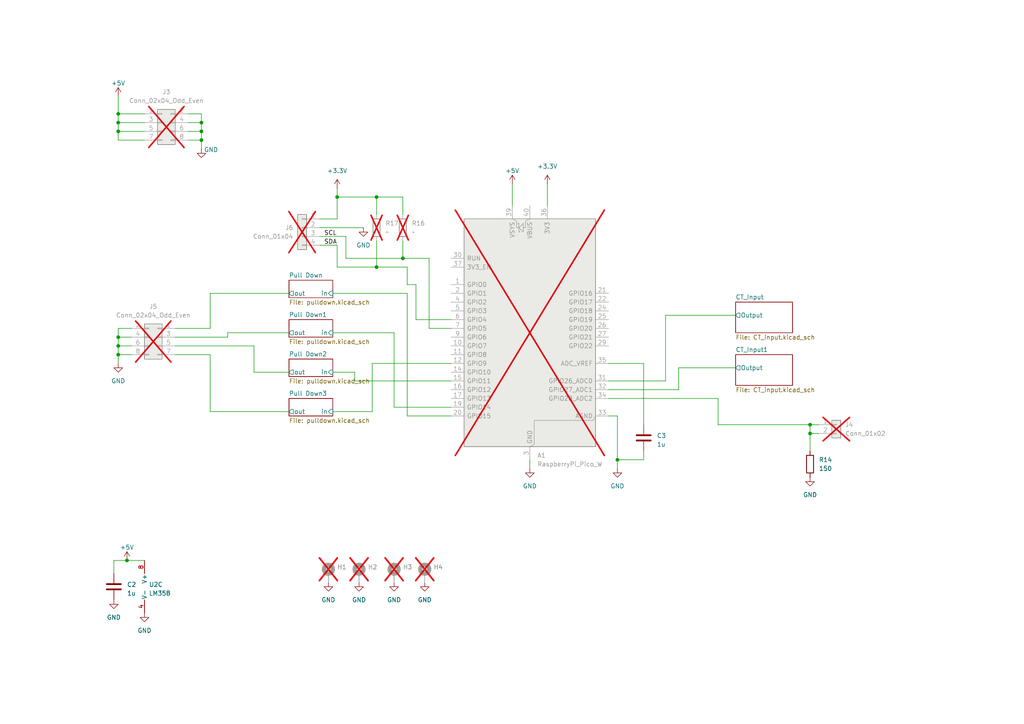
<source format=kicad_sch>
(kicad_sch (version 20250114) (generator "eeschema") (generator_version "9.0")
  (paper "A4")
  (lib_symbols
    (symbol "Amplifier_Operational:LM358" (pin_names (offset 0.127))
      (property "Reference" "U" (at 0 5.08 0))
      (property "Value" "LM358" (at 0 -5.08 0))
      (symbol "LM358_1_1"
        (polyline (pts (xy -5.08 5.08) (xy 5.08 0) (xy -5.08 -5.08) (xy -5.08 5.08)) (stroke (width 0.254)) (fill (type background)))
        (pin input line (at -7.62 2.54 0) (length 2.54) (name "+") (number "3"))
        (pin input line (at -7.62 -2.54 0) (length 2.54) (name "-") (number "2"))
        (pin output line (at 7.62 0 180) (length 2.54) (name "~") (number "1"))
      )
      (symbol "LM358_2_1"
        (polyline (pts (xy -5.08 5.08) (xy 5.08 0) (xy -5.08 -5.08) (xy -5.08 5.08)) (stroke (width 0.254)) (fill (type background)))
        (pin input line (at -7.62 2.54 0) (length 2.54) (name "+") (number "5"))
        (pin input line (at -7.62 -2.54 0) (length 2.54) (name "-") (number "6"))
        (pin output line (at 7.62 0 180) (length 2.54) (name "~") (number "7"))
      )
      (symbol "LM358_3_1"
        (pin power_in line (at -2.54 7.62 270) (length 3.81) (name "V+") (number "8"))
        (pin power_in line (at -2.54 -7.62 90) (length 3.81) (name "V-") (number "4"))
      )
    )
    (symbol "Connector_Generic:Conn_01x02" (pin_names (offset 1.016) (hide yes))
      (property "Reference" "J" (at 0 2.54 0))
      (property "Value" "Conn_01x02" (at 0 -5.08 0))
      (symbol "Conn_01x02_1_1"
        (rectangle (start -1.27 1.27) (end 1.27 -3.81) (stroke (width 0.254)) (fill (type background)))
        (rectangle (start -1.27 0.127) (end 0 -0.127) (stroke (width 0.1524)))
        (rectangle (start -1.27 -2.413) (end 0 -2.667) (stroke (width 0.1524)))
        (pin passive line (at -5.08 0 0) (length 3.81) (name "Pin_1") (number "1"))
        (pin passive line (at -5.08 -2.54 0) (length 3.81) (name "Pin_2") (number "2"))
      )
    )
    (symbol "Connector_Generic:Conn_01x04" (pin_names (offset 1.016) (hide yes))
      (property "Reference" "J" (at 0 5.08 0))
      (property "Value" "Conn_01x04" (at 0 -7.62 0))
      (symbol "Conn_01x04_1_1"
        (rectangle (start -1.27 3.81) (end 1.27 -6.35) (stroke (width 0.254)) (fill (type background)))
        (rectangle (start -1.27 2.667) (end 0 2.413) (stroke (width 0.1524)))
        (rectangle (start -1.27 0.127) (end 0 -0.127) (stroke (width 0.1524)))
        (rectangle (start -1.27 -2.413) (end 0 -2.667) (stroke (width 0.1524)))
        (rectangle (start -1.27 -4.953) (end 0 -5.207) (stroke (width 0.1524)))
        (pin passive line (at -5.08 2.54 0) (length 3.81) (name "Pin_1") (number "1"))
        (pin passive line (at -5.08 0 0) (length 3.81) (name "Pin_2") (number "2"))
        (pin passive line (at -5.08 -2.54 0) (length 3.81) (name "Pin_3") (number "3"))
        (pin passive line (at -5.08 -5.08 0) (length 3.81) (name "Pin_4") (number "4"))
      )
    )
    (symbol "Connector_Generic:Conn_02x04_Odd_Even" (pin_names (offset 1.016) (hide yes))
      (property "Reference" "J" (at 1.27 5.08 0))
      (property "Value" "Conn_02x04_Odd_Even" (at 1.27 -7.62 0))
      (symbol "Conn_02x04_Odd_Even_1_1"
        (rectangle (start -1.27 3.81) (end 3.81 -6.35) (stroke (width 0.254)) (fill (type background)))
        (rectangle (start -1.27 2.667) (end 0 2.413) (stroke (width 0.1524)))
        (rectangle (start -1.27 0.127) (end 0 -0.127) (stroke (width 0.1524)))
        (rectangle (start -1.27 -2.413) (end 0 -2.667) (stroke (width 0.1524)))
        (rectangle (start -1.27 -4.953) (end 0 -5.207) (stroke (width 0.1524)))
        (rectangle (start 3.81 2.667) (end 2.54 2.413) (stroke (width 0.1524)))
        (rectangle (start 3.81 0.127) (end 2.54 -0.127) (stroke (width 0.1524)))
        (rectangle (start 3.81 -2.413) (end 2.54 -2.667) (stroke (width 0.1524)))
        (rectangle (start 3.81 -4.953) (end 2.54 -5.207) (stroke (width 0.1524)))
        (pin passive line (at -5.08 2.54 0) (length 3.81) (name "Pin_1") (number "1"))
        (pin passive line (at -5.08 0 0) (length 3.81) (name "Pin_3") (number "3"))
        (pin passive line (at -5.08 -2.54 0) (length 3.81) (name "Pin_5") (number "5"))
        (pin passive line (at -5.08 -5.08 0) (length 3.81) (name "Pin_7") (number "7"))
        (pin passive line (at 7.62 2.54 180) (length 3.81) (name "Pin_2") (number "2"))
        (pin passive line (at 7.62 0 180) (length 3.81) (name "Pin_4") (number "4"))
        (pin passive line (at 7.62 -2.54 180) (length 3.81) (name "Pin_6") (number "6"))
        (pin passive line (at 7.62 -5.08 180) (length 3.81) (name "Pin_8") (number "8"))
      )
    )
    (symbol "Device:C" (pin_numbers (hide yes)) (pin_names (offset 0.254))
      (property "Reference" "C" (at 0.635 2.54 0))
      (property "Value" "C" (at 0.635 -2.54 0))
      (symbol "C_0_1"
        (polyline (pts (xy -2.032 0.762) (xy 2.032 0.762)) (stroke (width 0.508)))
        (polyline (pts (xy -2.032 -0.762) (xy 2.032 -0.762)) (stroke (width 0.508)))
      )
      (symbol "C_1_1"
        (pin passive line (at 0 3.81 270) (length 2.794) (name "~") (number "1"))
        (pin passive line (at 0 -3.81 90) (length 2.794) (name "~") (number "2"))
      )
    )
    (symbol "Device:R" (pin_numbers (hide yes)) (pin_names (offset 0))
      (property "Reference" "R" (at 2.032 0 90))
      (property "Value" "R" (at 0 0 90))
      (symbol "R_0_1"
        (rectangle (start -1.016 -2.54) (end 1.016 2.54) (stroke (width 0.254)))
      )
      (symbol "R_1_1"
        (pin passive line (at 0 3.81 270) (length 1.27) (name "~") (number "1"))
        (pin passive line (at 0 -3.81 90) (length 1.27) (name "~") (number "2"))
      )
    )
    (symbol "MCU_Module:RaspberryPi_Pico_W" (pin_names (offset 0.762))
      (property "Reference" "A" (at -19.05 35.56 0))
      (property "Value" "RaspberryPi_Pico_W" (at 7.62 35.56 0))
      (symbol "RaspberryPi_Pico_W_0_1"
        (rectangle (start -19.05 34.29) (end 19.05 -31.75) (stroke (width 0.254)) (fill (type background)))
        (polyline (pts (xy -5.08 34.29) (xy -3.81 33.655) (xy -3.81 31.75) (xy -3.175 31.75)))
        (polyline (pts (xy -3.429 32.766) (xy -3.429 33.02) (xy -3.175 33.02) (xy -3.175 30.48) (xy -2.921 30.48) (xy -2.921 30.734)))
        (polyline (pts (xy -3.175 31.75) (xy -1.905 33.02) (xy -1.905 30.48) (xy -3.175 31.75)))
        (polyline (pts (xy 0 34.29) (xy -1.27 33.655) (xy -1.27 31.75) (xy -1.905 31.75)))
        (polyline (pts (xy 0 -31.75) (xy 1.27 -31.115) (xy 1.27 -24.13) (xy 18.415 -24.13) (xy 19.05 -22.86)))
      )
      (symbol "RaspberryPi_Pico_W_1_1"
        (pin passive line (at -22.86 22.86 0) (length 3.81) (name "RUN") (number "30"))
        (pin passive line (at -22.86 20.32 0) (length 3.81) (name "3V3_EN") (number "37"))
        (pin bidirectional line (at -22.86 15.24 0) (length 3.81) (name "GPIO0") (number "1"))
        (pin bidirectional line (at -22.86 12.7 0) (length 3.81) (name "GPIO1") (number "2"))
        (pin bidirectional line (at -22.86 10.16 0) (length 3.81) (name "GPIO2") (number "4"))
        (pin bidirectional line (at -22.86 7.62 0) (length 3.81) (name "GPIO3") (number "5"))
        (pin bidirectional line (at -22.86 5.08 0) (length 3.81) (name "GPIO4") (number "6"))
        (pin bidirectional line (at -22.86 2.54 0) (length 3.81) (name "GPIO5") (number "7"))
        (pin bidirectional line (at -22.86 0 0) (length 3.81) (name "GPIO6") (number "9"))
        (pin bidirectional line (at -22.86 -2.54 0) (length 3.81) (name "GPIO7") (number "10"))
        (pin bidirectional line (at -22.86 -5.08 0) (length 3.81) (name "GPIO8") (number "11"))
        (pin bidirectional line (at -22.86 -7.62 0) (length 3.81) (name "GPIO9") (number "12"))
        (pin bidirectional line (at -22.86 -10.16 0) (length 3.81) (name "GPIO10") (number "14"))
        (pin bidirectional line (at -22.86 -12.7 0) (length 3.81) (name "GPIO11") (number "15"))
        (pin bidirectional line (at -22.86 -15.24 0) (length 3.81) (name "GPIO12") (number "16"))
        (pin bidirectional line (at -22.86 -17.78 0) (length 3.81) (name "GPIO13") (number "17"))
        (pin bidirectional line (at -22.86 -20.32 0) (length 3.81) (name "GPIO14") (number "19"))
        (pin bidirectional line (at -22.86 -22.86 0) (length 3.81) (name "GPIO15") (number "20"))
        (pin power_in line (at -5.08 38.1 270) (length 3.81) (name "VSYS") (number "39"))
        (pin power_out line (at 0 38.1 270) (length 3.81) (name "VBUS") (number "40"))
        (pin passive line (at 0 -35.56 90) (length 3.81) (hide yes) (name "GND") (number "13"))
        (pin passive line (at 0 -35.56 90) (length 3.81) (hide yes) (name "GND") (number "18"))
        (pin passive line (at 0 -35.56 90) (length 3.81) (hide yes) (name "GND") (number "23"))
        (pin passive line (at 0 -35.56 90) (length 3.81) (hide yes) (name "GND") (number "28"))
        (pin power_out line (at 0 -35.56 90) (length 3.81) (name "GND") (number "3"))
        (pin passive line (at 0 -35.56 90) (length 3.81) (hide yes) (name "GND") (number "38"))
        (pin passive line (at 0 -35.56 90) (length 3.81) (hide yes) (name "GND") (number "8"))
        (pin power_out line (at 5.08 38.1 270) (length 3.81) (name "3V3") (number "36"))
        (pin bidirectional line (at 22.86 12.7 180) (length 3.81) (name "GPIO16") (number "21"))
        (pin bidirectional line (at 22.86 10.16 180) (length 3.81) (name "GPIO17") (number "22"))
        (pin bidirectional line (at 22.86 7.62 180) (length 3.81) (name "GPIO18") (number "24"))
        (pin bidirectional line (at 22.86 5.08 180) (length 3.81) (name "GPIO19") (number "25"))
        (pin bidirectional line (at 22.86 2.54 180) (length 3.81) (name "GPIO20") (number "26"))
        (pin bidirectional line (at 22.86 0 180) (length 3.81) (name "GPIO21") (number "27"))
        (pin bidirectional line (at 22.86 -2.54 180) (length 3.81) (name "GPIO22") (number "29"))
        (pin power_in line (at 22.86 -7.62 180) (length 3.81) (name "ADC_VREF") (number "35"))
        (pin bidirectional line (at 22.86 -12.7 180) (length 3.81) (name "GPIO26_ADC0") (number "31"))
        (pin bidirectional line (at 22.86 -15.24 180) (length 3.81) (name "GPIO27_ADC1") (number "32"))
        (pin bidirectional line (at 22.86 -17.78 180) (length 3.81) (name "GPIO28_ADC2") (number "34"))
        (pin power_out line (at 22.86 -22.86 180) (length 3.81) (name "AGND") (number "33"))
      )
    )
    (symbol "Mechanical:MountingHole_Pad" (pin_numbers (hide yes)) (pin_names (offset 1.016) (hide yes))
      (property "Reference" "H" (at 0 6.35 0))
      (property "Value" "MountingHole_Pad" (at 0 4.445 0))
      (symbol "MountingHole_Pad_0_1"
        (circle (center 0 1.27) (radius 1.27) (stroke (width 1.27)))
      )
      (symbol "MountingHole_Pad_1_1"
        (pin input line (at 0 -2.54 90) (length 2.54) (name "1") (number "1"))
      )
    )
    (symbol "power:+3.3V" (power) (pin_numbers (hide yes)) (pin_names (offset 0) (hide yes))
      (property "Value" "+3.3V" (at 0 3.556 0))
      (symbol "+3.3V_0_1"
        (polyline (pts (xy -0.762 1.27) (xy 0 2.54)))
        (polyline (pts (xy 0 2.54) (xy 0.762 1.27)))
        (polyline (pts (xy 0 0) (xy 0 2.54)))
      )
      (symbol "+3.3V_1_1"
        (pin power_in line (at 0 0 90) (length 0) (name "~") (number "1"))
      )
    )
    (symbol "power:+5V" (power) (pin_names (offset 0))
      (property "Value" "+5V" (at 0 3.556 0))
      (symbol "+5V_0_1"
        (polyline (pts (xy -0.762 1.27) (xy 0 2.54)))
        (polyline (pts (xy 0 2.54) (xy 0.762 1.27)))
        (polyline (pts (xy 0 0) (xy 0 2.54)))
      )
      (symbol "+5V_1_1"
        (pin power_in line (at 0 0 90) (length 0) (hide yes) (name "+5V") (number "1"))
      )
    )
    (symbol "power:GND" (power) (pin_names (offset 0))
      (property "Value" "GND" (at 0 -3.81 0))
      (symbol "GND_0_1"
        (polyline (pts (xy 0 0) (xy 0 -1.27) (xy 1.27 -1.27) (xy 0 -2.54) (xy -1.27 -1.27) (xy 0 -1.27)))
      )
      (symbol "GND_1_1"
        (pin power_in line (at 0 0 270) (length 0) (hide yes) (name "GND") (number "1"))
      )
    )
  )
  (junction (at 116.84 74.93))
  (junction (at 58.42 40.64))
  (junction (at 109.22 77.47))
  (junction (at 36.83 162.56))
  (junction (at 34.29 102.87))
  (junction (at 179.07 133.35))
  (junction (at 34.29 100.33))
  (junction (at 234.95 125.73))
  (junction (at 58.42 38.1))
  (junction (at 34.29 38.1))
  (junction (at 34.29 35.56))
  (junction (at 97.79 57.15))
  (junction (at 109.22 57.15))
  (junction (at 58.42 35.56))
  (junction (at 34.29 33.02))
  (junction (at 234.95 123.19))
  (junction (at 34.29 97.79))
  (wire (pts (xy 208.28 123.19) (xy 234.95 123.19)))
  (wire (pts (xy 38.1 97.79) (xy 34.29 97.79)))
  (wire (pts (xy 208.28 115.57) (xy 208.28 123.19)))
  (wire (pts (xy 60.96 119.38) (xy 60.96 102.87)))
  (wire (pts (xy 41.91 162.56) (xy 36.83 162.56)))
  (wire (pts (xy 179.07 133.35) (xy 179.07 135.89)))
  (wire (pts (xy 38.1 102.87) (xy 34.29 102.87)))
  (wire (pts (xy 186.69 130.81) (xy 186.69 133.35)))
  (wire (pts (xy 92.71 66.04) (xy 105.41 66.04)))
  (wire (pts (xy 100.33 74.93) (xy 100.33 68.58)))
  (wire (pts (xy 73.66 100.33) (xy 73.66 107.95)))
  (wire (pts (xy 83.82 96.52) (xy 66.04 96.52)))
  (wire (pts (xy 34.29 40.64) (xy 34.29 38.1)))
  (wire (pts (xy 66.04 97.79) (xy 50.8 97.79)))
  (wire (pts (xy 92.71 71.12) (xy 97.79 71.12)))
  (wire (pts (xy 120.65 82.55) (xy 118.11 82.55)))
  (wire (pts (xy 213.36 91.44) (xy 193.04 91.44)))
  (wire (pts (xy 130.81 92.71) (xy 120.65 92.71)))
  (wire (pts (xy 116.84 69.85) (xy 116.84 74.93)))
  (wire (pts (xy 118.11 77.47) (xy 118.11 82.55)))
  (wire (pts (xy 114.3 118.11) (xy 114.3 96.52)))
  (wire (pts (xy 50.8 100.33) (xy 73.66 100.33)))
  (wire (pts (xy 97.79 63.5) (xy 97.79 57.15)))
  (wire (pts (xy 158.75 53.34) (xy 158.75 59.69)))
  (wire (pts (xy 186.69 133.35) (xy 179.07 133.35)))
  (wire (pts (xy 96.52 85.09) (xy 118.11 85.09)))
  (wire (pts (xy 34.29 100.33) (xy 34.29 102.87)))
  (wire (pts (xy 107.95 105.41) (xy 107.95 119.38)))
  (wire (pts (xy 130.81 105.41) (xy 107.95 105.41)))
  (wire (pts (xy 66.04 96.52) (xy 66.04 97.79)))
  (wire (pts (xy 114.3 96.52) (xy 96.52 96.52)))
  (wire (pts (xy 196.85 113.03) (xy 196.85 106.68)))
  (wire (pts (xy 83.82 85.09) (xy 60.96 85.09)))
  (wire (pts (xy 102.87 107.95) (xy 96.52 107.95)))
  (wire (pts (xy 97.79 71.12) (xy 97.79 77.47)))
  (wire (pts (xy 196.85 106.68) (xy 213.36 106.68)))
  (wire (pts (xy 124.46 74.93) (xy 124.46 95.25)))
  (wire (pts (xy 102.87 110.49) (xy 102.87 107.95)))
  (wire (pts (xy 109.22 57.15) (xy 109.22 62.23)))
  (wire (pts (xy 176.53 110.49) (xy 193.04 110.49)))
  (wire (pts (xy 237.49 123.19) (xy 234.95 123.19)))
  (wire (pts (xy 60.96 102.87) (xy 50.8 102.87)))
  (wire (pts (xy 54.61 40.64) (xy 58.42 40.64)))
  (wire (pts (xy 60.96 95.25) (xy 50.8 95.25)))
  (wire (pts (xy 130.81 95.25) (xy 124.46 95.25)))
  (wire (pts (xy 92.71 63.5) (xy 97.79 63.5)))
  (wire (pts (xy 58.42 35.56) (xy 58.42 38.1)))
  (wire (pts (xy 116.84 74.93) (xy 124.46 74.93)))
  (wire (pts (xy 118.11 120.65) (xy 130.81 120.65)))
  (wire (pts (xy 109.22 57.15) (xy 116.84 57.15)))
  (wire (pts (xy 34.29 38.1) (xy 41.91 38.1)))
  (wire (pts (xy 33.02 162.56) (xy 33.02 166.37)))
  (wire (pts (xy 109.22 69.85) (xy 109.22 77.47)))
  (wire (pts (xy 100.33 74.93) (xy 116.84 74.93)))
  (wire (pts (xy 34.29 35.56) (xy 41.91 35.56)))
  (wire (pts (xy 92.71 68.58) (xy 100.33 68.58)))
  (wire (pts (xy 58.42 33.02) (xy 58.42 35.56)))
  (wire (pts (xy 36.83 162.56) (xy 33.02 162.56)))
  (wire (pts (xy 234.95 125.73) (xy 234.95 130.81)))
  (wire (pts (xy 54.61 33.02) (xy 58.42 33.02)))
  (wire (pts (xy 58.42 38.1) (xy 58.42 40.64)))
  (wire (pts (xy 148.59 53.34) (xy 148.59 59.69)))
  (wire (pts (xy 118.11 85.09) (xy 118.11 120.65)))
  (wire (pts (xy 54.61 38.1) (xy 58.42 38.1)))
  (wire (pts (xy 193.04 91.44) (xy 193.04 110.49)))
  (wire (pts (xy 34.29 35.56) (xy 34.29 33.02)))
  (wire (pts (xy 34.29 95.25) (xy 34.29 97.79)))
  (wire (pts (xy 186.69 105.41) (xy 186.69 123.19)))
  (wire (pts (xy 179.07 120.65) (xy 179.07 133.35)))
  (wire (pts (xy 38.1 100.33) (xy 34.29 100.33)))
  (wire (pts (xy 34.29 38.1) (xy 34.29 35.56)))
  (wire (pts (xy 109.22 77.47) (xy 118.11 77.47)))
  (wire (pts (xy 54.61 35.56) (xy 58.42 35.56)))
  (wire (pts (xy 107.95 119.38) (xy 96.52 119.38)))
  (wire (pts (xy 41.91 40.64) (xy 34.29 40.64)))
  (wire (pts (xy 176.53 120.65) (xy 179.07 120.65)))
  (wire (pts (xy 38.1 95.25) (xy 34.29 95.25)))
  (wire (pts (xy 83.82 119.38) (xy 60.96 119.38)))
  (wire (pts (xy 130.81 110.49) (xy 102.87 110.49)))
  (wire (pts (xy 234.95 123.19) (xy 234.95 125.73)))
  (wire (pts (xy 130.81 118.11) (xy 114.3 118.11)))
  (wire (pts (xy 34.29 102.87) (xy 34.29 105.41)))
  (wire (pts (xy 176.53 105.41) (xy 186.69 105.41)))
  (wire (pts (xy 116.84 57.15) (xy 116.84 62.23)))
  (wire (pts (xy 153.67 133.35) (xy 153.67 135.89)))
  (wire (pts (xy 73.66 107.95) (xy 83.82 107.95)))
  (wire (pts (xy 97.79 57.15) (xy 109.22 57.15)))
  (wire (pts (xy 34.29 33.02) (xy 34.29 27.94)))
  (wire (pts (xy 34.29 33.02) (xy 41.91 33.02)))
  (wire (pts (xy 120.65 92.71) (xy 120.65 82.55)))
  (wire (pts (xy 97.79 57.15) (xy 97.79 54.61)))
  (wire (pts (xy 176.53 115.57) (xy 208.28 115.57)))
  (wire (pts (xy 34.29 97.79) (xy 34.29 100.33)))
  (wire (pts (xy 60.96 85.09) (xy 60.96 95.25)))
  (wire (pts (xy 234.95 125.73) (xy 237.49 125.73)))
  (wire (pts (xy 58.42 40.64) (xy 58.42 43.18)))
  (wire (pts (xy 97.79 77.47) (xy 109.22 77.47)))
  (wire (pts (xy 176.53 113.03) (xy 196.85 113.03)))
  (label "SCL" (at 93.98 68.58 0))
  (label "SDA" (at 93.98 71.12 0))
  (symbol (lib_id "power:+3.3V") (at 97.79 54.61 0) (unit 1)
    (property "Reference" "#PWR031" (effects (hide yes)))
    (property "Value" "+3.3V" (at 97.79 49.53 0))
    (property "Description" "Power symbol creates a global label with name \"+3.3V\"" (effects (hide yes)))
  )
  (symbol (lib_id "Connector_Generic:Conn_02x04_Odd_Even") (at 45.72 97.79 0) (mirror y) (unit 1) (dnp yes)
    (property "Reference" "J5" (at 44.45 88.9 0))
    (property "Value" "Conn_02x04_Odd_Even" (at 44.45 91.44 0))
    (property "Footprint" "Connector_PinHeader_2.54mm:PinHeader_2x04_P2.54mm_Vertical" (effects (hide yes)))
    (property "Description" "Generic connector, double row, 02x04, odd/even pin numbering scheme (row 1 odd numbers, row 2 even numbers), script generated (kicad-library-utils/schlib/autogen/connector/)" (effects (hide yes)))
  )
  (symbol (lib_id "Device:R") (at 109.22 66.04 0) (unit 1) (dnp yes)
    (property "Reference" "R17" (at 111.76 64.7699 0) (effects (justify left)))
    (property "Value" "~" (at 111.76 67.3099 0) (effects (justify left)))
    (property "Footprint" "Resistor_SMD:R_0805_2012Metric_Pad1.20x1.40mm_HandSolder" (effects (hide yes)))
  )
  (symbol (lib_id "Mechanical:MountingHole_Pad") (at 104.14 166.37 0) (unit 1) (dnp yes)
    (property "Reference" "H2" (at 106.68 164.465 0) (effects (justify left)))
    (property "Value" "MountingHole_Pad" (effects (hide yes)))
    (property "Footprint" "MountingHole:MountingHole_2.7mm_M2.5_Pad" (effects (hide yes)))
  )
  (symbol (lib_id "power:+3.3V") (at 158.75 53.34 0) (unit 1)
    (property "Reference" "#PWR030" (effects (hide yes)))
    (property "Value" "+3.3V" (at 158.75 48.26 0))
    (property "Description" "Power symbol creates a global label with name \"+3.3V\"" (effects (hide yes)))
  )
  (symbol (lib_id "Device:R") (at 116.84 66.04 180) (unit 1) (dnp yes)
    (property "Reference" "R16" (at 119.38 64.7699 0) (effects (justify right)))
    (property "Value" "~" (at 119.38 67.3099 0) (effects (justify right)))
    (property "Footprint" "Resistor_SMD:R_0805_2012Metric_Pad1.20x1.40mm_HandSolder" (effects (hide yes)))
  )
  (symbol (lib_id "power:GND") (at 114.3 168.91 0) (unit 1)
    (property "Reference" "#PWR016" (effects (hide yes)))
    (property "Value" "GND" (at 114.3 173.99 0))
  )
  (symbol (lib_id "Device:C") (at 33.02 170.18 0) (unit 1)
    (property "Reference" "C2" (at 36.83 169.545 0) (effects (justify left)))
    (property "Value" "1u" (at 36.83 172.085 0) (effects (justify left)))
    (property "Footprint" "Capacitor_SMD:C_0805_2012Metric_Pad1.18x1.45mm_HandSolder" (effects (hide yes)))
    (property "JL Part#" "C28323" (effects (hide yes)))
  )
  (symbol (lib_id "power:GND") (at 105.41 66.04 0) (unit 1)
    (property "Reference" "#PWR032" (effects (hide yes)))
    (property "Value" "GND" (at 105.41 71.12 0))
  )
  (symbol (lib_id "Amplifier_Operational:LM358") (at 44.45 170.18 0) (unit 3)
    (property "Reference" "U2" (at 43.18 169.545 0) (effects (justify left)))
    (property "Value" "LM358" (at 43.18 172.085 0) (effects (justify left)))
    (property "Footprint" "Package_SO:SOIC-8_3.9x4.9mm_P1.27mm" (effects (hide yes)))
    (property "Datasheet" "http://www.ti.com/lit/ds/symlink/lm2904-n.pdf" (effects (hide yes)))
    (property "JL Part#" "C7950" (effects (hide yes)))
  )
  (symbol (lib_id "MCU_Module:RaspberryPi_Pico_W") (at 153.67 97.79 0) (unit 1) (dnp yes)
    (property "Reference" "A1" (at 155.8133 132.08 0) (effects (justify left)))
    (property "Value" "RaspberryPi_Pico_W" (at 155.8133 134.62 0) (effects (justify left)))
    (property "Footprint" "Module:RaspberryPi_Pico_Common_THT" (effects (hide yes)))
    (property "Datasheet" "https://datasheets.raspberrypi.com/picow/pico-w-datasheet.pdf" (effects (hide yes)))
    (property "Description" "Versatile and inexpensive wireless microcontroller module powered by RP2040 dual-core Arm Cortex-M0+ processor up to 133 MHz, 264kB SRAM, 2MB QSPI flash, Infineon CYW43439 2.4GHz 802.11n wireless LAN; also supports Raspberry Pi Pico 2 W" (effects (hide yes)))
  )
  (symbol (lib_id "Connector_Generic:Conn_01x04") (at 87.63 66.04 0) (mirror y) (unit 1) (dnp yes)
    (property "Reference" "J6" (at 85.09 66.0399 0) (effects (justify left)))
    (property "Value" "Conn_01x04" (at 85.09 68.5799 0) (effects (justify left)))
    (property "Footprint" "Connector_PinHeader_2.54mm:PinHeader_1x04_P2.54mm_Vertical" (effects (hide yes)))
    (property "Description" "Generic connector, single row, 01x04, script generated (kicad-library-utils/schlib/autogen/connector/)" (effects (hide yes)))
  )
  (symbol (lib_id "power:GND") (at 179.07 135.89 0) (unit 1)
    (property "Reference" "#PWR02" (effects (hide yes)))
    (property "Value" "GND" (at 179.07 140.97 0))
  )
  (symbol (lib_id "power:GND") (at 33.02 173.99 0) (unit 1)
    (property "Reference" "#PWR06" (effects (hide yes)))
    (property "Value" "GND" (at 33.02 179.07 0))
  )
  (symbol (lib_id "power:GND") (at 153.67 135.89 0) (unit 1)
    (property "Reference" "#PWR04" (effects (hide yes)))
    (property "Value" "GND" (at 153.67 140.97 0))
  )
  (symbol (lib_id "Connector_Generic:Conn_01x02") (at 242.57 123.19 0) (unit 1) (dnp yes)
    (property "Reference" "J4" (at 245.11 123.1899 0) (effects (justify left)))
    (property "Value" "Conn_01x02" (at 245.11 125.7299 0) (effects (justify left)))
    (property "Footprint" "Connector_PinHeader_2.54mm:PinHeader_1x02_P2.54mm_Vertical" (effects (hide yes)))
    (property "Description" "Generic connector, single row, 01x02, script generated (kicad-library-utils/schlib/autogen/connector/)" (effects (hide yes)))
  )
  (symbol (lib_id "power:GND") (at 104.14 168.91 0) (unit 1)
    (property "Reference" "#PWR015" (effects (hide yes)))
    (property "Value" "GND" (at 104.14 173.99 0))
  )
  (symbol (lib_id "Mechanical:MountingHole_Pad") (at 123.19 166.37 0) (unit 1) (dnp yes)
    (property "Reference" "H4" (at 125.73 164.465 0) (effects (justify left)))
    (property "Value" "MountingHole_Pad" (effects (hide yes)))
    (property "Footprint" "MountingHole:MountingHole_2.7mm_M2.5_Pad" (effects (hide yes)))
  )
  (symbol (lib_id "power:GND") (at 234.95 138.43 0) (unit 1)
    (property "Reference" "#PWR019" (effects (hide yes)))
    (property "Value" "GND" (at 234.95 143.51 0))
  )
  (symbol (lib_id "power:GND") (at 95.25 168.91 0) (unit 1)
    (property "Reference" "#PWR01" (effects (hide yes)))
    (property "Value" "GND" (at 95.25 173.99 0))
  )
  (symbol (lib_id "Mechanical:MountingHole_Pad") (at 95.25 166.37 0) (unit 1) (dnp yes)
    (property "Reference" "H1" (at 97.79 164.465 0) (effects (justify left)))
    (property "Value" "MountingHole_Pad" (effects (hide yes)))
    (property "Footprint" "MountingHole:MountingHole_2.7mm_M2.5_Pad" (effects (hide yes)))
  )
  (symbol (lib_id "power:GND") (at 58.42 43.18 0) (unit 1)
    (property "Reference" "#PWR03" (effects (hide yes)))
    (property "Value" "GND" (at 61.214 43.434 0))
  )
  (symbol (lib_id "Device:C") (at 186.69 127 0) (unit 1)
    (property "Reference" "C3" (at 190.5 126.365 0) (effects (justify left)))
    (property "Value" "1u" (at 190.5 128.905 0) (effects (justify left)))
    (property "Footprint" "Capacitor_SMD:C_0805_2012Metric_Pad1.18x1.45mm_HandSolder" (effects (hide yes)))
    (property "JL Part#" "C28323" (effects (hide yes)))
  )
  (symbol (lib_id "power:GND") (at 123.19 168.91 0) (unit 1)
    (property "Reference" "#PWR017" (effects (hide yes)))
    (property "Value" "GND" (at 123.19 173.99 0))
  )
  (symbol (lib_id "Connector_Generic:Conn_02x04_Odd_Even") (at 46.99 35.56 0) (unit 1) (dnp yes)
    (property "Reference" "J3" (at 48.26 26.67 0))
    (property "Value" "Conn_02x04_Odd_Even" (at 48.26 29.21 0))
    (property "Footprint" "Connector_PinHeader_2.54mm:PinHeader_2x04_P2.54mm_Vertical" (effects (hide yes)))
    (property "Description" "Generic connector, double row, 02x04, odd/even pin numbering scheme (row 1 odd numbers, row 2 even numbers), script generated (kicad-library-utils/schlib/autogen/connector/)" (effects (hide yes)))
  )
  (symbol (lib_id "Mechanical:MountingHole_Pad") (at 114.3 166.37 0) (unit 1) (dnp yes)
    (property "Reference" "H3" (at 116.84 164.465 0) (effects (justify left)))
    (property "Value" "MountingHole_Pad" (effects (hide yes)))
    (property "Footprint" "MountingHole:MountingHole_2.7mm_M2.5_Pad" (effects (hide yes)))
  )
  (symbol (lib_id "Device:R") (at 234.95 134.62 180) (unit 1)
    (property "Reference" "R14" (at 237.49 133.3499 0) (effects (justify right)))
    (property "Value" "150" (at 237.49 135.8899 0) (effects (justify right)))
    (property "Footprint" "Resistor_SMD:R_0805_2012Metric_Pad1.20x1.40mm_HandSolder" (effects (hide yes)))
    (property "JL Part#" "C17471" (effects (hide yes)))
  )
  (symbol (lib_id "power:GND") (at 34.29 105.41 0) (mirror y) (unit 1)
    (property "Reference" "#PWR029" (effects (hide yes)))
    (property "Value" "GND" (at 34.29 110.49 0))
  )
  (symbol (lib_id "power:+5V") (at 148.59 53.34 0) (unit 1)
    (property "Reference" "#PWR011" (effects (hide yes)))
    (property "Value" "+5V" (at 148.59 49.53 0))
  )
  (symbol (lib_id "power:+5V") (at 36.83 162.56 0) (unit 1)
    (property "Reference" "#PWR012" (effects (hide yes)))
    (property "Value" "+5V" (at 36.83 158.75 0))
  )
  (symbol (lib_id "power:+5V") (at 34.29 27.94 0) (unit 1)
    (property "Reference" "#PWR018" (effects (hide yes)))
    (property "Value" "+5V" (at 34.29 24.13 0))
  )
  (symbol (lib_id "power:GND") (at 41.91 177.8 0) (unit 1)
    (property "Reference" "#PWR07" (effects (hide yes)))
    (property "Value" "GND" (at 41.91 182.88 0))
  )
  (sheet (at 213.36 87.63) (size 16.51 8.89) (stroke (width 0.1524))
    (property "Sheetname" "CT_Input" (at 213.36 86.9184 0) (effects (justify left bottom)))
    (property "Sheetfile" "CT_input.kicad_sch" (at 213.36 97.1046 0) (effects (justify left top)))
    (pin "Output" output (at 213.36 91.44 180))
  )
  (sheet (at 83.82 92.71) (size 12.7 5.08) (stroke (width 0.1524))
    (property "Sheetname" "Pull Down1" (at 83.82 91.9984 0) (effects (justify left bottom)))
    (property "Sheetfile" "pulldown.kicad_sch" (at 83.82 98.3746 0) (effects (justify left top)))
    (pin "in" input (at 96.52 96.52 0))
    (pin "out" output (at 83.82 96.52 180))
  )
  (sheet (at 83.82 104.14) (size 12.7 5.08) (stroke (width 0.1524))
    (property "Sheetname" "Pull Down2" (at 83.82 103.4284 0) (effects (justify left bottom)))
    (property "Sheetfile" "pulldown.kicad_sch" (at 83.82 109.8046 0) (effects (justify left top)))
    (pin "in" input (at 96.52 107.95 0))
    (pin "out" output (at 83.82 107.95 180))
  )
  (sheet (at 213.36 102.87) (size 16.51 8.89) (stroke (width 0.1524))
    (property "Sheetname" "CT_Input1" (at 213.36 102.1584 0) (effects (justify left bottom)))
    (property "Sheetfile" "CT_input.kicad_sch" (at 213.36 112.3446 0) (effects (justify left top)))
    (pin "Output" output (at 213.36 106.68 180))
  )
  (sheet (at 83.82 115.57) (size 12.7 5.08) (stroke (width 0.1524))
    (property "Sheetname" "Pull Down3" (at 83.82 114.8584 0) (effects (justify left bottom)))
    (property "Sheetfile" "pulldown.kicad_sch" (at 83.82 121.2346 0) (effects (justify left top)))
    (pin "in" input (at 96.52 119.38 0))
    (pin "out" output (at 83.82 119.38 180))
  )
  (sheet (at 83.82 81.28) (size 12.7 5.08) (stroke (width 0.1524))
    (property "Sheetname" "Pull Down" (at 83.82 80.5684 0) (effects (justify left bottom)))
    (property "Sheetfile" "pulldown.kicad_sch" (at 83.82 86.9446 0) (effects (justify left top)))
    (pin "in" input (at 96.52 85.09 0))
    (pin "out" output (at 83.82 85.09 180))
  )
)
</source>
